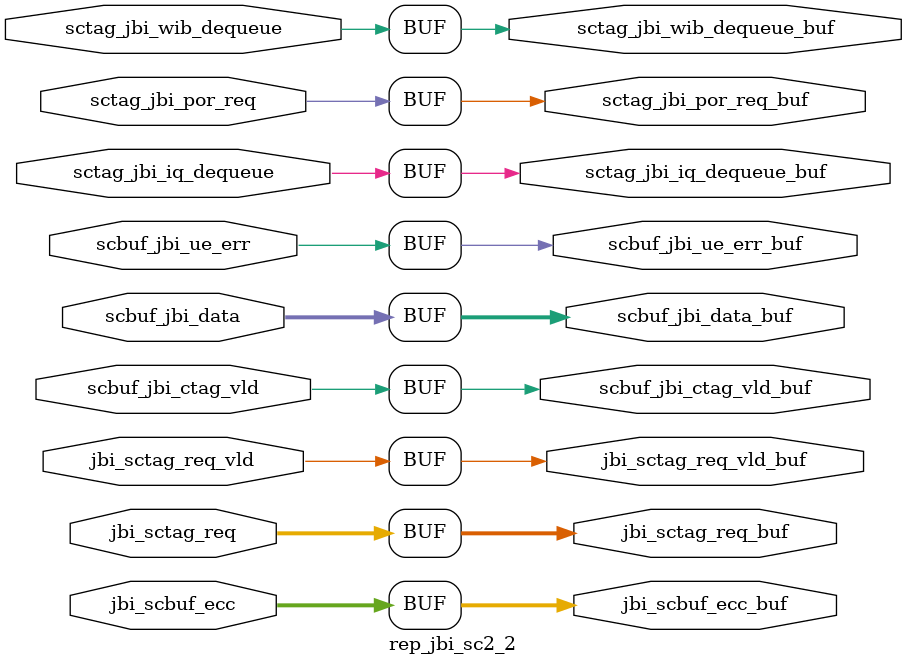
<source format=v>
module rep_jbi_sc2_2(/*AUTOARG*/
   // Outputs
   jbi_sctag_req_buf, scbuf_jbi_data_buf, jbi_scbuf_ecc_buf, 
   jbi_sctag_req_vld_buf, scbuf_jbi_ctag_vld_buf, 
   scbuf_jbi_ue_err_buf, sctag_jbi_iq_dequeue_buf, 
   sctag_jbi_wib_dequeue_buf, sctag_jbi_por_req_buf, 
   // Inputs
   jbi_sctag_req, scbuf_jbi_data, jbi_scbuf_ecc, jbi_sctag_req_vld, 
   scbuf_jbi_ctag_vld, scbuf_jbi_ue_err, sctag_jbi_iq_dequeue, 
   sctag_jbi_wib_dequeue, sctag_jbi_por_req
   );

   output [31:0]        jbi_sctag_req_buf;         
   output [31:0]        scbuf_jbi_data_buf;        
   output [6:0]         jbi_scbuf_ecc_buf;         
   output               jbi_sctag_req_vld_buf;     
   output               scbuf_jbi_ctag_vld_buf;
   output               scbuf_jbi_ue_err_buf;      
   output		sctag_jbi_iq_dequeue_buf;
   output		sctag_jbi_wib_dequeue_buf;
   output		sctag_jbi_por_req_buf;

   input [31:0]        jbi_sctag_req;         
   input [31:0]        scbuf_jbi_data;        
   input [6:0]         jbi_scbuf_ecc;         
   input               jbi_sctag_req_vld;     
   input               scbuf_jbi_ctag_vld;
   input               scbuf_jbi_ue_err;      
   input	       sctag_jbi_iq_dequeue;
   input	       sctag_jbi_wib_dequeue;
   input	       sctag_jbi_por_req;

// This repeater bank is a row of flops 
// There are a maximum of 10 flops per row.


assign		jbi_sctag_req_buf = jbi_sctag_req ;
assign		scbuf_jbi_data_buf = scbuf_jbi_data ;
assign		jbi_scbuf_ecc_buf[6:0] = jbi_scbuf_ecc[6:0] ;
assign		jbi_sctag_req_vld_buf = jbi_sctag_req_vld ;
assign		scbuf_jbi_ctag_vld_buf = scbuf_jbi_ctag_vld ;
assign		scbuf_jbi_ue_err_buf = scbuf_jbi_ue_err ;
assign		sctag_jbi_iq_dequeue_buf = sctag_jbi_iq_dequeue ;
assign		sctag_jbi_wib_dequeue_buf =  sctag_jbi_wib_dequeue;
assign		sctag_jbi_por_req_buf = sctag_jbi_por_req ;

endmodule


</source>
